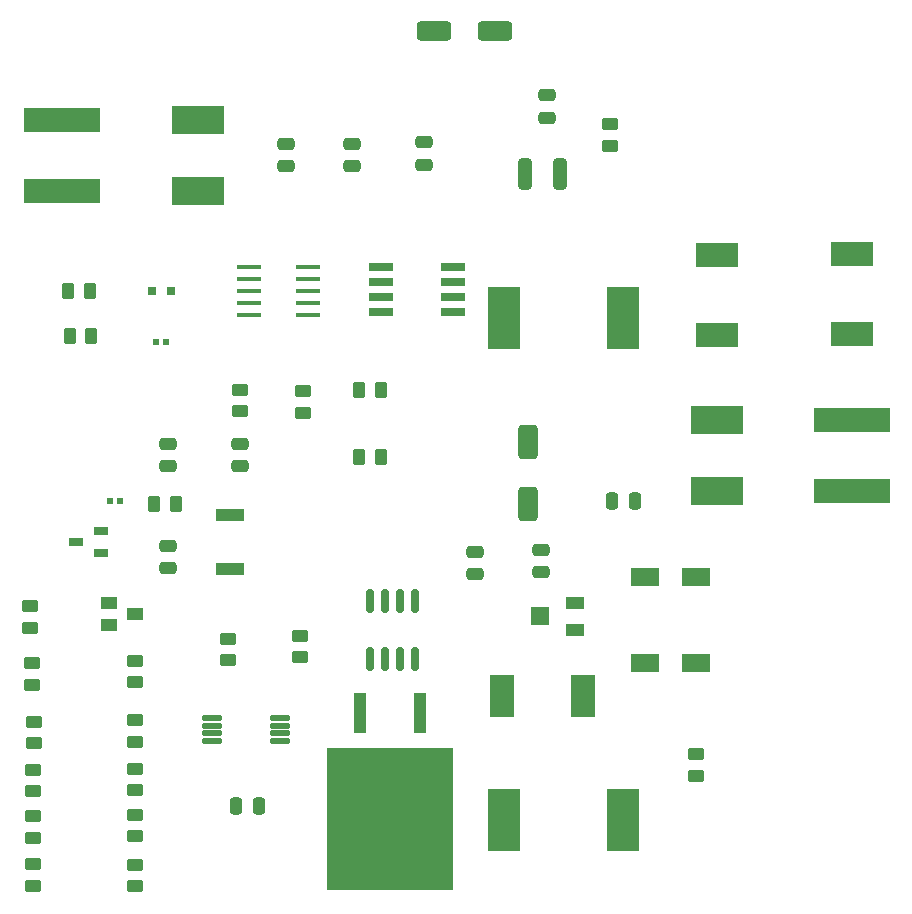
<source format=gbr>
%TF.GenerationSoftware,KiCad,Pcbnew,8.0.1*%
%TF.CreationDate,2024-03-28T16:14:10+02:00*%
%TF.ProjectId,power,706f7765-722e-46b6-9963-61645f706362,rev?*%
%TF.SameCoordinates,Original*%
%TF.FileFunction,Paste,Top*%
%TF.FilePolarity,Positive*%
%FSLAX46Y46*%
G04 Gerber Fmt 4.6, Leading zero omitted, Abs format (unit mm)*
G04 Created by KiCad (PCBNEW 8.0.1) date 2024-03-28 16:14:10*
%MOMM*%
%LPD*%
G01*
G04 APERTURE LIST*
G04 Aperture macros list*
%AMRoundRect*
0 Rectangle with rounded corners*
0 $1 Rounding radius*
0 $2 $3 $4 $5 $6 $7 $8 $9 X,Y pos of 4 corners*
0 Add a 4 corners polygon primitive as box body*
4,1,4,$2,$3,$4,$5,$6,$7,$8,$9,$2,$3,0*
0 Add four circle primitives for the rounded corners*
1,1,$1+$1,$2,$3*
1,1,$1+$1,$4,$5*
1,1,$1+$1,$6,$7*
1,1,$1+$1,$8,$9*
0 Add four rect primitives between the rounded corners*
20,1,$1+$1,$2,$3,$4,$5,0*
20,1,$1+$1,$4,$5,$6,$7,0*
20,1,$1+$1,$6,$7,$8,$9,0*
20,1,$1+$1,$8,$9,$2,$3,0*%
G04 Aperture macros list end*
%ADD10R,1.400000X1.000000*%
%ADD11RoundRect,0.250000X0.475000X-0.250000X0.475000X0.250000X-0.475000X0.250000X-0.475000X-0.250000X0*%
%ADD12R,0.500000X0.600000*%
%ADD13RoundRect,0.042000X0.573000X0.258000X-0.573000X0.258000X-0.573000X-0.258000X0.573000X-0.258000X0*%
%ADD14R,2.330000X1.560000*%
%ADD15RoundRect,0.250000X-0.475000X0.250000X-0.475000X-0.250000X0.475000X-0.250000X0.475000X0.250000X0*%
%ADD16R,1.041400X3.505200*%
%ADD17R,10.718800X12.014200*%
%ADD18RoundRect,0.250000X-0.262500X-0.450000X0.262500X-0.450000X0.262500X0.450000X-0.262500X0.450000X0*%
%ADD19R,3.600000X2.000000*%
%ADD20R,0.800000X0.800000*%
%ADD21R,2.794000X5.308600*%
%ADD22RoundRect,0.250000X0.450000X-0.262500X0.450000X0.262500X-0.450000X0.262500X-0.450000X-0.262500X0*%
%ADD23RoundRect,0.250000X-0.450000X0.262500X-0.450000X-0.262500X0.450000X-0.262500X0.450000X0.262500X0*%
%ADD24R,1.600000X1.100000*%
%ADD25R,1.600000X1.600000*%
%ADD26RoundRect,0.324000X-0.486000X1.146000X-0.486000X-1.146000X0.486000X-1.146000X0.486000X1.146000X0*%
%ADD27R,2.000000X3.600000*%
%ADD28R,6.500000X2.100000*%
%ADD29R,4.500000X2.400000*%
%ADD30R,2.400000X0.980000*%
%ADD31RoundRect,0.020500X0.764500X0.184500X-0.764500X0.184500X-0.764500X-0.184500X0.764500X-0.184500X0*%
%ADD32RoundRect,0.250000X0.312500X1.075000X-0.312500X1.075000X-0.312500X-1.075000X0.312500X-1.075000X0*%
%ADD33RoundRect,0.250000X0.262500X0.450000X-0.262500X0.450000X-0.262500X-0.450000X0.262500X-0.450000X0*%
%ADD34R,2.032000X0.660400*%
%ADD35RoundRect,0.250000X0.250000X0.475000X-0.250000X0.475000X-0.250000X-0.475000X0.250000X-0.475000X0*%
%ADD36RoundRect,0.150000X0.150000X-0.825000X0.150000X0.825000X-0.150000X0.825000X-0.150000X-0.825000X0*%
%ADD37RoundRect,0.324000X1.146000X0.486000X-1.146000X0.486000X-1.146000X-0.486000X1.146000X-0.486000X0*%
%ADD38RoundRect,0.250000X-0.250000X-0.475000X0.250000X-0.475000X0.250000X0.475000X-0.250000X0.475000X0*%
%ADD39R,2.000000X0.450000*%
G04 APERTURE END LIST*
D10*
%TO.C,Q3*%
X70142000Y-108796000D03*
X70142000Y-110696000D03*
X72342000Y-109746000D03*
%TD*%
D11*
%TO.C,C1*%
X75097000Y-97234000D03*
X75097000Y-95334000D03*
%TD*%
D12*
%TO.C,D3*%
X71102000Y-100160000D03*
X70202000Y-100160000D03*
%TD*%
D13*
%TO.C,Q2*%
X69470000Y-104600000D03*
X69470000Y-102700000D03*
X67350000Y-103650000D03*
%TD*%
D14*
%TO.C,D6*%
X119801000Y-106637000D03*
X115521000Y-106637000D03*
%TD*%
D15*
%TO.C,C10*%
X107228000Y-65809000D03*
X107228000Y-67709000D03*
%TD*%
D16*
%TO.C,MOSFETE1*%
X96433000Y-118079700D03*
D17*
X93893000Y-127084000D03*
D16*
X91353000Y-118079700D03*
%TD*%
D18*
%TO.C,R8*%
X66668000Y-82380000D03*
X68493000Y-82380000D03*
%TD*%
D19*
%TO.C,D4*%
X133009000Y-79234000D03*
X133009000Y-86034000D03*
%TD*%
D20*
%TO.C,D2*%
X75414000Y-82380000D03*
X73764000Y-82380000D03*
%TD*%
D21*
%TO.C,L2*%
X103583100Y-127211000D03*
X113666900Y-127211000D03*
%TD*%
D22*
%TO.C,R21*%
X119801000Y-123424500D03*
X119801000Y-121599500D03*
%TD*%
D23*
%TO.C,R13*%
X72342000Y-118716000D03*
X72342000Y-120541000D03*
%TD*%
D22*
%TO.C,R25*%
X63706000Y-124755500D03*
X63706000Y-122930500D03*
%TD*%
D23*
%TO.C,R22*%
X112562000Y-68259500D03*
X112562000Y-70084500D03*
%TD*%
%TO.C,R1*%
X63706000Y-126844000D03*
X63706000Y-128669000D03*
%TD*%
D15*
%TO.C,C3*%
X81193000Y-95334000D03*
X81193000Y-97234000D03*
%TD*%
D24*
%TO.C,R20*%
X109567000Y-108772500D03*
D25*
X106667000Y-109922500D03*
D24*
X109567000Y-111072500D03*
%TD*%
D26*
%TO.C,C6*%
X105577000Y-100437000D03*
X105577000Y-95207000D03*
%TD*%
D27*
%TO.C,D8*%
X103447000Y-116670000D03*
X110247000Y-116670000D03*
%TD*%
D28*
%TO.C,J1*%
X66137000Y-67950000D03*
D29*
X77637000Y-67950000D03*
D28*
X66137000Y-73950000D03*
D29*
X77637000Y-73950000D03*
%TD*%
D11*
%TO.C,C9*%
X106720000Y-106190000D03*
X106720000Y-104290000D03*
%TD*%
D28*
%TO.C,J3*%
X133079000Y-99350000D03*
D29*
X121579000Y-99350000D03*
D28*
X133079000Y-93350000D03*
D29*
X121579000Y-93350000D03*
%TD*%
D30*
%TO.C,U1*%
X80422000Y-101369250D03*
X80422000Y-105929250D03*
%TD*%
D23*
%TO.C,R26*%
X72342000Y-122827000D03*
X72342000Y-124652000D03*
%TD*%
D31*
%TO.C,U2*%
X84610000Y-120500000D03*
X84610000Y-119850000D03*
X84610000Y-119200000D03*
X84610000Y-118550000D03*
X78870000Y-118550000D03*
X78870000Y-119200000D03*
X78870000Y-119850000D03*
X78870000Y-120500000D03*
%TD*%
D23*
%TO.C,R18*%
X86273000Y-111566500D03*
X86273000Y-113391500D03*
%TD*%
D15*
%TO.C,C8*%
X96814000Y-69812000D03*
X96814000Y-71712000D03*
%TD*%
D32*
%TO.C,R19*%
X108309500Y-72474000D03*
X105384500Y-72474000D03*
%TD*%
D33*
%TO.C,R12*%
X93154500Y-96477000D03*
X91329500Y-96477000D03*
%TD*%
D34*
%TO.C,Q1*%
X99277800Y-84158000D03*
X99277800Y-82888000D03*
X99277800Y-81618000D03*
X99277800Y-80348000D03*
X93131000Y-80348000D03*
X93131000Y-81618000D03*
X93131000Y-82888000D03*
X93131000Y-84158000D03*
%TD*%
D22*
%TO.C,R15*%
X63579000Y-115715000D03*
X63579000Y-113890000D03*
%TD*%
D12*
%TO.C,D1*%
X74081000Y-86698000D03*
X74981000Y-86698000D03*
%TD*%
D33*
%TO.C,R10*%
X75779000Y-100414000D03*
X73954000Y-100414000D03*
%TD*%
D23*
%TO.C,R2*%
X63706000Y-130908000D03*
X63706000Y-132733000D03*
%TD*%
D14*
%TO.C,D7*%
X115521000Y-113876000D03*
X119801000Y-113876000D03*
%TD*%
D23*
%TO.C,R9*%
X81193000Y-90762000D03*
X81193000Y-92587000D03*
%TD*%
D15*
%TO.C,C2*%
X85130000Y-69934000D03*
X85130000Y-71834000D03*
%TD*%
%TO.C,C7*%
X90718000Y-69934000D03*
X90718000Y-71834000D03*
%TD*%
D11*
%TO.C,C5*%
X75097000Y-105875000D03*
X75097000Y-103975000D03*
%TD*%
D23*
%TO.C,R6*%
X72342000Y-130955000D03*
X72342000Y-132780000D03*
%TD*%
D35*
%TO.C,C13*%
X114655000Y-100160000D03*
X112755000Y-100160000D03*
%TD*%
D33*
%TO.C,R14*%
X93131000Y-90762000D03*
X91306000Y-90762000D03*
%TD*%
D36*
%TO.C,U3*%
X92242000Y-113557000D03*
X93512000Y-113557000D03*
X94782000Y-113557000D03*
X96052000Y-113557000D03*
X96052000Y-108607000D03*
X94782000Y-108607000D03*
X93512000Y-108607000D03*
X92242000Y-108607000D03*
%TD*%
D23*
%TO.C,R16*%
X72342000Y-113683000D03*
X72342000Y-115508000D03*
%TD*%
D37*
%TO.C,C11*%
X97628000Y-60409000D03*
X102858000Y-60409000D03*
%TD*%
D23*
%TO.C,R3*%
X63809500Y-118866500D03*
X63809500Y-120691500D03*
%TD*%
%TO.C,R11*%
X80177000Y-111820500D03*
X80177000Y-113645500D03*
%TD*%
D38*
%TO.C,C4*%
X80917000Y-126002000D03*
X82817000Y-126002000D03*
%TD*%
D39*
%TO.C,IC1*%
X81995000Y-80391000D03*
X81995000Y-81391000D03*
X81995000Y-82391000D03*
X81995000Y-83391000D03*
X81995000Y-84391000D03*
X86995000Y-84391000D03*
X86995000Y-83391000D03*
X86995000Y-82391000D03*
X86995000Y-81391000D03*
X86995000Y-80391000D03*
%TD*%
D23*
%TO.C,R4*%
X86527000Y-90889000D03*
X86527000Y-92714000D03*
%TD*%
D18*
%TO.C,R7*%
X66818500Y-86190000D03*
X68643500Y-86190000D03*
%TD*%
D11*
%TO.C,C12*%
X101132000Y-106378000D03*
X101132000Y-104478000D03*
%TD*%
D21*
%TO.C,L1*%
X103545000Y-84666000D03*
X113628800Y-84666000D03*
%TD*%
D19*
%TO.C,D5*%
X121579000Y-79332000D03*
X121579000Y-86132000D03*
%TD*%
D22*
%TO.C,R5*%
X72342000Y-128565500D03*
X72342000Y-126740500D03*
%TD*%
%TO.C,R17*%
X63452000Y-110889000D03*
X63452000Y-109064000D03*
%TD*%
M02*

</source>
